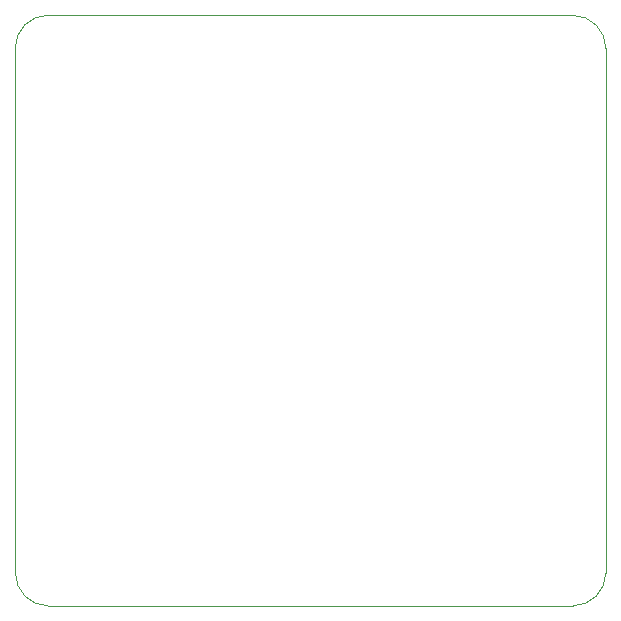
<source format=gm1>
G04 #@! TF.GenerationSoftware,KiCad,Pcbnew,(6.0.9)*
G04 #@! TF.CreationDate,2023-02-25T19:24:10-07:00*
G04 #@! TF.ProjectId,AutoDischarger,4175746f-4469-4736-9368-61726765722e,rev?*
G04 #@! TF.SameCoordinates,Original*
G04 #@! TF.FileFunction,Profile,NP*
%FSLAX46Y46*%
G04 Gerber Fmt 4.6, Leading zero omitted, Abs format (unit mm)*
G04 Created by KiCad (PCBNEW (6.0.9)) date 2023-02-25 19:24:10*
%MOMM*%
%LPD*%
G01*
G04 APERTURE LIST*
G04 #@! TA.AperFunction,Profile*
%ADD10C,0.050000*%
G04 #@! TD*
G04 APERTURE END LIST*
D10*
X154200000Y-86000000D02*
X109779899Y-85979899D01*
X106979899Y-88779899D02*
X107000000Y-133200000D01*
X157000000Y-88800000D02*
G75*
G03*
X154200000Y-86000000I-2800000J0D01*
G01*
X109779899Y-85979899D02*
G75*
G03*
X106979899Y-88779899I1J-2800001D01*
G01*
X157000000Y-133200000D02*
X157000000Y-88800000D01*
X109800000Y-136000000D02*
X154200000Y-136000000D01*
X154200000Y-136000000D02*
G75*
G03*
X157000000Y-133200000I0J2800000D01*
G01*
X107000000Y-133200000D02*
G75*
G03*
X109800000Y-136000000I2800000J0D01*
G01*
M02*

</source>
